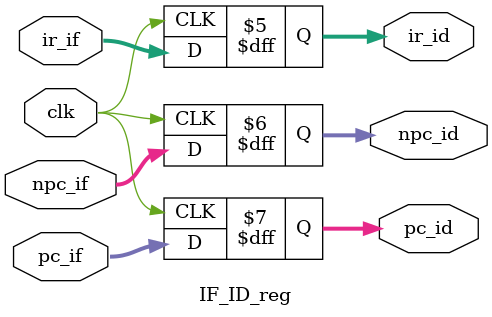
<source format=v>
module IF_ID_reg (clk,ir_if,npc_if,pc_if,ir_id,npc_id,pc_id);
	
	input clk;
	input [15:0] ir_if,npc_if,pc_if;
	
	output reg [15:0] ir_id = 16'h0000,npc_id = 16'h0000, pc_id = 16'h0000;
	
	always@(posedge clk)
	begin
		ir_id <= ir_if;
		npc_id <= npc_if;
		pc_id <= pc_if;
	end 
	
endmodule

</source>
